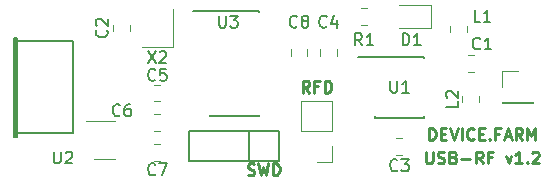
<source format=gbr>
G04 #@! TF.GenerationSoftware,KiCad,Pcbnew,5.0.2-bee76a0~70~ubuntu16.04.1*
G04 #@! TF.CreationDate,2019-09-10T18:11:14+02:00*
G04 #@! TF.ProjectId,hw-USB-RF,68772d55-5342-42d5-9246-2e6b69636164,rev?*
G04 #@! TF.SameCoordinates,Original*
G04 #@! TF.FileFunction,Legend,Top*
G04 #@! TF.FilePolarity,Positive*
%FSLAX46Y46*%
G04 Gerber Fmt 4.6, Leading zero omitted, Abs format (unit mm)*
G04 Created by KiCad (PCBNEW 5.0.2-bee76a0~70~ubuntu16.04.1) date Tue 10 Sep 2019 06:11:14 PM CEST*
%MOMM*%
%LPD*%
G01*
G04 APERTURE LIST*
%ADD10C,0.250000*%
%ADD11C,0.120000*%
%ADD12C,0.200660*%
%ADD13C,0.150000*%
G04 APERTURE END LIST*
D10*
X145738095Y-99452380D02*
X145738095Y-100261904D01*
X145785714Y-100357142D01*
X145833333Y-100404761D01*
X145928571Y-100452380D01*
X146119047Y-100452380D01*
X146214285Y-100404761D01*
X146261904Y-100357142D01*
X146309523Y-100261904D01*
X146309523Y-99452380D01*
X146738095Y-100404761D02*
X146880952Y-100452380D01*
X147119047Y-100452380D01*
X147214285Y-100404761D01*
X147261904Y-100357142D01*
X147309523Y-100261904D01*
X147309523Y-100166666D01*
X147261904Y-100071428D01*
X147214285Y-100023809D01*
X147119047Y-99976190D01*
X146928571Y-99928571D01*
X146833333Y-99880952D01*
X146785714Y-99833333D01*
X146738095Y-99738095D01*
X146738095Y-99642857D01*
X146785714Y-99547619D01*
X146833333Y-99500000D01*
X146928571Y-99452380D01*
X147166666Y-99452380D01*
X147309523Y-99500000D01*
X148071428Y-99928571D02*
X148214285Y-99976190D01*
X148261904Y-100023809D01*
X148309523Y-100119047D01*
X148309523Y-100261904D01*
X148261904Y-100357142D01*
X148214285Y-100404761D01*
X148119047Y-100452380D01*
X147738095Y-100452380D01*
X147738095Y-99452380D01*
X148071428Y-99452380D01*
X148166666Y-99500000D01*
X148214285Y-99547619D01*
X148261904Y-99642857D01*
X148261904Y-99738095D01*
X148214285Y-99833333D01*
X148166666Y-99880952D01*
X148071428Y-99928571D01*
X147738095Y-99928571D01*
X148738095Y-100071428D02*
X149500000Y-100071428D01*
X150547619Y-100452380D02*
X150214285Y-99976190D01*
X149976190Y-100452380D02*
X149976190Y-99452380D01*
X150357142Y-99452380D01*
X150452380Y-99500000D01*
X150500000Y-99547619D01*
X150547619Y-99642857D01*
X150547619Y-99785714D01*
X150500000Y-99880952D01*
X150452380Y-99928571D01*
X150357142Y-99976190D01*
X149976190Y-99976190D01*
X151309523Y-99928571D02*
X150976190Y-99928571D01*
X150976190Y-100452380D02*
X150976190Y-99452380D01*
X151452380Y-99452380D01*
X152500000Y-99785714D02*
X152738095Y-100452380D01*
X152976190Y-99785714D01*
X153880952Y-100452380D02*
X153309523Y-100452380D01*
X153595238Y-100452380D02*
X153595238Y-99452380D01*
X153500000Y-99595238D01*
X153404761Y-99690476D01*
X153309523Y-99738095D01*
X154309523Y-100357142D02*
X154357142Y-100404761D01*
X154309523Y-100452380D01*
X154261904Y-100404761D01*
X154309523Y-100357142D01*
X154309523Y-100452380D01*
X154738095Y-99547619D02*
X154785714Y-99500000D01*
X154880952Y-99452380D01*
X155119047Y-99452380D01*
X155214285Y-99500000D01*
X155261904Y-99547619D01*
X155309523Y-99642857D01*
X155309523Y-99738095D01*
X155261904Y-99880952D01*
X154690476Y-100452380D01*
X155309523Y-100452380D01*
X146000000Y-98452380D02*
X146000000Y-97452380D01*
X146238095Y-97452380D01*
X146380952Y-97500000D01*
X146476190Y-97595238D01*
X146523809Y-97690476D01*
X146571428Y-97880952D01*
X146571428Y-98023809D01*
X146523809Y-98214285D01*
X146476190Y-98309523D01*
X146380952Y-98404761D01*
X146238095Y-98452380D01*
X146000000Y-98452380D01*
X147000000Y-97928571D02*
X147333333Y-97928571D01*
X147476190Y-98452380D02*
X147000000Y-98452380D01*
X147000000Y-97452380D01*
X147476190Y-97452380D01*
X147761904Y-97452380D02*
X148095238Y-98452380D01*
X148428571Y-97452380D01*
X148761904Y-98452380D02*
X148761904Y-97452380D01*
X149809523Y-98357142D02*
X149761904Y-98404761D01*
X149619047Y-98452380D01*
X149523809Y-98452380D01*
X149380952Y-98404761D01*
X149285714Y-98309523D01*
X149238095Y-98214285D01*
X149190476Y-98023809D01*
X149190476Y-97880952D01*
X149238095Y-97690476D01*
X149285714Y-97595238D01*
X149380952Y-97500000D01*
X149523809Y-97452380D01*
X149619047Y-97452380D01*
X149761904Y-97500000D01*
X149809523Y-97547619D01*
X150238095Y-97928571D02*
X150571428Y-97928571D01*
X150714285Y-98452380D02*
X150238095Y-98452380D01*
X150238095Y-97452380D01*
X150714285Y-97452380D01*
X151142857Y-98357142D02*
X151190476Y-98404761D01*
X151142857Y-98452380D01*
X151095238Y-98404761D01*
X151142857Y-98357142D01*
X151142857Y-98452380D01*
X151952380Y-97928571D02*
X151619047Y-97928571D01*
X151619047Y-98452380D02*
X151619047Y-97452380D01*
X152095238Y-97452380D01*
X152428571Y-98166666D02*
X152904761Y-98166666D01*
X152333333Y-98452380D02*
X152666666Y-97452380D01*
X153000000Y-98452380D01*
X153904761Y-98452380D02*
X153571428Y-97976190D01*
X153333333Y-98452380D02*
X153333333Y-97452380D01*
X153714285Y-97452380D01*
X153809523Y-97500000D01*
X153857142Y-97547619D01*
X153904761Y-97642857D01*
X153904761Y-97785714D01*
X153857142Y-97880952D01*
X153809523Y-97928571D01*
X153714285Y-97976190D01*
X153333333Y-97976190D01*
X154333333Y-98452380D02*
X154333333Y-97452380D01*
X154666666Y-98166666D01*
X155000000Y-97452380D01*
X155000000Y-98452380D01*
X135880952Y-94452380D02*
X135547619Y-93976190D01*
X135309523Y-94452380D02*
X135309523Y-93452380D01*
X135690476Y-93452380D01*
X135785714Y-93500000D01*
X135833333Y-93547619D01*
X135880952Y-93642857D01*
X135880952Y-93785714D01*
X135833333Y-93880952D01*
X135785714Y-93928571D01*
X135690476Y-93976190D01*
X135309523Y-93976190D01*
X136642857Y-93928571D02*
X136309523Y-93928571D01*
X136309523Y-94452380D02*
X136309523Y-93452380D01*
X136785714Y-93452380D01*
X137166666Y-94452380D02*
X137166666Y-93452380D01*
X137404761Y-93452380D01*
X137547619Y-93500000D01*
X137642857Y-93595238D01*
X137690476Y-93690476D01*
X137738095Y-93880952D01*
X137738095Y-94023809D01*
X137690476Y-94214285D01*
X137642857Y-94309523D01*
X137547619Y-94404761D01*
X137404761Y-94452380D01*
X137166666Y-94452380D01*
X130642857Y-101404761D02*
X130785714Y-101452380D01*
X131023809Y-101452380D01*
X131119047Y-101404761D01*
X131166666Y-101357142D01*
X131214285Y-101261904D01*
X131214285Y-101166666D01*
X131166666Y-101071428D01*
X131119047Y-101023809D01*
X131023809Y-100976190D01*
X130833333Y-100928571D01*
X130738095Y-100880952D01*
X130690476Y-100833333D01*
X130642857Y-100738095D01*
X130642857Y-100642857D01*
X130690476Y-100547619D01*
X130738095Y-100500000D01*
X130833333Y-100452380D01*
X131071428Y-100452380D01*
X131214285Y-100500000D01*
X131547619Y-100452380D02*
X131785714Y-101452380D01*
X131976190Y-100738095D01*
X132166666Y-101452380D01*
X132404761Y-100452380D01*
X132785714Y-101452380D02*
X132785714Y-100452380D01*
X133023809Y-100452380D01*
X133166666Y-100500000D01*
X133261904Y-100595238D01*
X133309523Y-100690476D01*
X133357142Y-100880952D01*
X133357142Y-101023809D01*
X133309523Y-101214285D01*
X133261904Y-101309523D01*
X133166666Y-101404761D01*
X133023809Y-101452380D01*
X132785714Y-101452380D01*
D11*
G04 #@! TO.C,AE1*
X152170000Y-95330000D02*
X154830000Y-95330000D01*
X152170000Y-95270000D02*
X152170000Y-95330000D01*
X154830000Y-95270000D02*
X154830000Y-95330000D01*
X152170000Y-95270000D02*
X154830000Y-95270000D01*
X152170000Y-94000000D02*
X152170000Y-92670000D01*
X152170000Y-92670000D02*
X153500000Y-92670000D01*
G04 #@! TO.C,C1*
X149303922Y-92710000D02*
X149821078Y-92710000D01*
X149303922Y-91290000D02*
X149821078Y-91290000D01*
G04 #@! TO.C,C2*
X120710000Y-89258578D02*
X120710000Y-88741422D01*
X119290000Y-89258578D02*
X119290000Y-88741422D01*
G04 #@! TO.C,C3*
X143758578Y-98290000D02*
X143241422Y-98290000D01*
X143758578Y-99710000D02*
X143241422Y-99710000D01*
G04 #@! TO.C,C4*
X136790000Y-90803922D02*
X136790000Y-91321078D01*
X138210000Y-90803922D02*
X138210000Y-91321078D01*
G04 #@! TO.C,C5*
X123258578Y-95210000D02*
X122741422Y-95210000D01*
X123258578Y-93790000D02*
X122741422Y-93790000D01*
G04 #@! TO.C,C6*
X122741422Y-98790000D02*
X123258578Y-98790000D01*
X122741422Y-100210000D02*
X123258578Y-100210000D01*
G04 #@! TO.C,C7*
X123258578Y-97710000D02*
X122741422Y-97710000D01*
X123258578Y-96290000D02*
X122741422Y-96290000D01*
G04 #@! TO.C,C8*
X135710000Y-90803922D02*
X135710000Y-91321078D01*
X134290000Y-90803922D02*
X134290000Y-91321078D01*
G04 #@! TO.C,D1*
X143500000Y-88960000D02*
X146185000Y-88960000D01*
X146185000Y-88960000D02*
X146185000Y-87040000D01*
X146185000Y-87040000D02*
X143500000Y-87040000D01*
D12*
G04 #@! TO.C,J1*
X111001020Y-89798840D02*
X111001020Y-98201160D01*
X110899420Y-89798840D02*
X110899420Y-98201160D01*
X110899420Y-98201160D02*
X111100080Y-98201160D01*
X111100080Y-98201160D02*
X111100080Y-89798840D01*
X111100080Y-89798840D02*
X110899420Y-89798840D01*
X110899420Y-90101100D02*
X115900680Y-90101100D01*
X115900680Y-90101100D02*
X115900680Y-97898900D01*
X115900680Y-97898900D02*
X110899420Y-97898900D01*
D11*
G04 #@! TO.C,L1*
X147790000Y-88803922D02*
X147790000Y-89321078D01*
X149210000Y-88803922D02*
X149210000Y-89321078D01*
G04 #@! TO.C,L2*
X150210000Y-94741422D02*
X150210000Y-95258578D01*
X148790000Y-94741422D02*
X148790000Y-95258578D01*
G04 #@! TO.C,R1*
X140241422Y-87290000D02*
X140758578Y-87290000D01*
X140241422Y-88710000D02*
X140758578Y-88710000D01*
G04 #@! TO.C,TP1*
X137830000Y-95130000D02*
X135170000Y-95130000D01*
X137830000Y-97730000D02*
X137830000Y-95130000D01*
X135170000Y-97730000D02*
X135170000Y-95130000D01*
X137830000Y-97730000D02*
X135170000Y-97730000D01*
X137830000Y-99000000D02*
X137830000Y-100330000D01*
X137830000Y-100330000D02*
X136500000Y-100330000D01*
D13*
G04 #@! TO.C,U1*
X141425000Y-91425000D02*
X141425000Y-91475000D01*
X145575000Y-91425000D02*
X145575000Y-91570000D01*
X145575000Y-96575000D02*
X145575000Y-96430000D01*
X141425000Y-96575000D02*
X141425000Y-96430000D01*
X141425000Y-91425000D02*
X145575000Y-91425000D01*
X141425000Y-96575000D02*
X145575000Y-96575000D01*
X141425000Y-91475000D02*
X140025000Y-91475000D01*
D11*
G04 #@! TO.C,U2*
X117600000Y-100110000D02*
X119400000Y-100110000D01*
X119400000Y-96890000D02*
X116950000Y-96890000D01*
D13*
G04 #@! TO.C,U3*
X127425000Y-87550000D02*
X127425000Y-87575000D01*
X131575000Y-87550000D02*
X131575000Y-87665000D01*
X131575000Y-96450000D02*
X131575000Y-96335000D01*
X127425000Y-96450000D02*
X127425000Y-96335000D01*
X127425000Y-87550000D02*
X131575000Y-87550000D01*
X127425000Y-96450000D02*
X131575000Y-96450000D01*
X127425000Y-87575000D02*
X126050000Y-87575000D01*
G04 #@! TO.C,X1*
X130770000Y-100270000D02*
X130770000Y-97730000D01*
X133310000Y-100270000D02*
X125690000Y-100270000D01*
X125690000Y-100270000D02*
X125690000Y-97730000D01*
X125690000Y-97730000D02*
X133310000Y-97730000D01*
X133310000Y-97730000D02*
X133310000Y-100270000D01*
D11*
G04 #@! TO.C,X2*
X121700000Y-90600000D02*
X124300000Y-90600000D01*
X124300000Y-90600000D02*
X124300000Y-87400000D01*
G04 #@! TO.C,C1*
D13*
X150333333Y-90707142D02*
X150285714Y-90754761D01*
X150142857Y-90802380D01*
X150047619Y-90802380D01*
X149904761Y-90754761D01*
X149809523Y-90659523D01*
X149761904Y-90564285D01*
X149714285Y-90373809D01*
X149714285Y-90230952D01*
X149761904Y-90040476D01*
X149809523Y-89945238D01*
X149904761Y-89850000D01*
X150047619Y-89802380D01*
X150142857Y-89802380D01*
X150285714Y-89850000D01*
X150333333Y-89897619D01*
X151285714Y-90802380D02*
X150714285Y-90802380D01*
X151000000Y-90802380D02*
X151000000Y-89802380D01*
X150904761Y-89945238D01*
X150809523Y-90040476D01*
X150714285Y-90088095D01*
G04 #@! TO.C,C2*
X118707142Y-89166666D02*
X118754761Y-89214285D01*
X118802380Y-89357142D01*
X118802380Y-89452380D01*
X118754761Y-89595238D01*
X118659523Y-89690476D01*
X118564285Y-89738095D01*
X118373809Y-89785714D01*
X118230952Y-89785714D01*
X118040476Y-89738095D01*
X117945238Y-89690476D01*
X117850000Y-89595238D01*
X117802380Y-89452380D01*
X117802380Y-89357142D01*
X117850000Y-89214285D01*
X117897619Y-89166666D01*
X117897619Y-88785714D02*
X117850000Y-88738095D01*
X117802380Y-88642857D01*
X117802380Y-88404761D01*
X117850000Y-88309523D01*
X117897619Y-88261904D01*
X117992857Y-88214285D01*
X118088095Y-88214285D01*
X118230952Y-88261904D01*
X118802380Y-88833333D01*
X118802380Y-88214285D01*
G04 #@! TO.C,C3*
X143333333Y-101007142D02*
X143285714Y-101054761D01*
X143142857Y-101102380D01*
X143047619Y-101102380D01*
X142904761Y-101054761D01*
X142809523Y-100959523D01*
X142761904Y-100864285D01*
X142714285Y-100673809D01*
X142714285Y-100530952D01*
X142761904Y-100340476D01*
X142809523Y-100245238D01*
X142904761Y-100150000D01*
X143047619Y-100102380D01*
X143142857Y-100102380D01*
X143285714Y-100150000D01*
X143333333Y-100197619D01*
X143666666Y-100102380D02*
X144285714Y-100102380D01*
X143952380Y-100483333D01*
X144095238Y-100483333D01*
X144190476Y-100530952D01*
X144238095Y-100578571D01*
X144285714Y-100673809D01*
X144285714Y-100911904D01*
X144238095Y-101007142D01*
X144190476Y-101054761D01*
X144095238Y-101102380D01*
X143809523Y-101102380D01*
X143714285Y-101054761D01*
X143666666Y-101007142D01*
G04 #@! TO.C,C4*
X137333333Y-88857142D02*
X137285714Y-88904761D01*
X137142857Y-88952380D01*
X137047619Y-88952380D01*
X136904761Y-88904761D01*
X136809523Y-88809523D01*
X136761904Y-88714285D01*
X136714285Y-88523809D01*
X136714285Y-88380952D01*
X136761904Y-88190476D01*
X136809523Y-88095238D01*
X136904761Y-88000000D01*
X137047619Y-87952380D01*
X137142857Y-87952380D01*
X137285714Y-88000000D01*
X137333333Y-88047619D01*
X138190476Y-88285714D02*
X138190476Y-88952380D01*
X137952380Y-87904761D02*
X137714285Y-88619047D01*
X138333333Y-88619047D01*
G04 #@! TO.C,C5*
X122833333Y-93357142D02*
X122785714Y-93404761D01*
X122642857Y-93452380D01*
X122547619Y-93452380D01*
X122404761Y-93404761D01*
X122309523Y-93309523D01*
X122261904Y-93214285D01*
X122214285Y-93023809D01*
X122214285Y-92880952D01*
X122261904Y-92690476D01*
X122309523Y-92595238D01*
X122404761Y-92500000D01*
X122547619Y-92452380D01*
X122642857Y-92452380D01*
X122785714Y-92500000D01*
X122833333Y-92547619D01*
X123738095Y-92452380D02*
X123261904Y-92452380D01*
X123214285Y-92928571D01*
X123261904Y-92880952D01*
X123357142Y-92833333D01*
X123595238Y-92833333D01*
X123690476Y-92880952D01*
X123738095Y-92928571D01*
X123785714Y-93023809D01*
X123785714Y-93261904D01*
X123738095Y-93357142D01*
X123690476Y-93404761D01*
X123595238Y-93452380D01*
X123357142Y-93452380D01*
X123261904Y-93404761D01*
X123214285Y-93357142D01*
G04 #@! TO.C,C6*
X119833333Y-96357142D02*
X119785714Y-96404761D01*
X119642857Y-96452380D01*
X119547619Y-96452380D01*
X119404761Y-96404761D01*
X119309523Y-96309523D01*
X119261904Y-96214285D01*
X119214285Y-96023809D01*
X119214285Y-95880952D01*
X119261904Y-95690476D01*
X119309523Y-95595238D01*
X119404761Y-95500000D01*
X119547619Y-95452380D01*
X119642857Y-95452380D01*
X119785714Y-95500000D01*
X119833333Y-95547619D01*
X120690476Y-95452380D02*
X120500000Y-95452380D01*
X120404761Y-95500000D01*
X120357142Y-95547619D01*
X120261904Y-95690476D01*
X120214285Y-95880952D01*
X120214285Y-96261904D01*
X120261904Y-96357142D01*
X120309523Y-96404761D01*
X120404761Y-96452380D01*
X120595238Y-96452380D01*
X120690476Y-96404761D01*
X120738095Y-96357142D01*
X120785714Y-96261904D01*
X120785714Y-96023809D01*
X120738095Y-95928571D01*
X120690476Y-95880952D01*
X120595238Y-95833333D01*
X120404761Y-95833333D01*
X120309523Y-95880952D01*
X120261904Y-95928571D01*
X120214285Y-96023809D01*
G04 #@! TO.C,C7*
X122833333Y-101357142D02*
X122785714Y-101404761D01*
X122642857Y-101452380D01*
X122547619Y-101452380D01*
X122404761Y-101404761D01*
X122309523Y-101309523D01*
X122261904Y-101214285D01*
X122214285Y-101023809D01*
X122214285Y-100880952D01*
X122261904Y-100690476D01*
X122309523Y-100595238D01*
X122404761Y-100500000D01*
X122547619Y-100452380D01*
X122642857Y-100452380D01*
X122785714Y-100500000D01*
X122833333Y-100547619D01*
X123166666Y-100452380D02*
X123833333Y-100452380D01*
X123404761Y-101452380D01*
G04 #@! TO.C,C8*
X134833333Y-88857142D02*
X134785714Y-88904761D01*
X134642857Y-88952380D01*
X134547619Y-88952380D01*
X134404761Y-88904761D01*
X134309523Y-88809523D01*
X134261904Y-88714285D01*
X134214285Y-88523809D01*
X134214285Y-88380952D01*
X134261904Y-88190476D01*
X134309523Y-88095238D01*
X134404761Y-88000000D01*
X134547619Y-87952380D01*
X134642857Y-87952380D01*
X134785714Y-88000000D01*
X134833333Y-88047619D01*
X135404761Y-88380952D02*
X135309523Y-88333333D01*
X135261904Y-88285714D01*
X135214285Y-88190476D01*
X135214285Y-88142857D01*
X135261904Y-88047619D01*
X135309523Y-88000000D01*
X135404761Y-87952380D01*
X135595238Y-87952380D01*
X135690476Y-88000000D01*
X135738095Y-88047619D01*
X135785714Y-88142857D01*
X135785714Y-88190476D01*
X135738095Y-88285714D01*
X135690476Y-88333333D01*
X135595238Y-88380952D01*
X135404761Y-88380952D01*
X135309523Y-88428571D01*
X135261904Y-88476190D01*
X135214285Y-88571428D01*
X135214285Y-88761904D01*
X135261904Y-88857142D01*
X135309523Y-88904761D01*
X135404761Y-88952380D01*
X135595238Y-88952380D01*
X135690476Y-88904761D01*
X135738095Y-88857142D01*
X135785714Y-88761904D01*
X135785714Y-88571428D01*
X135738095Y-88476190D01*
X135690476Y-88428571D01*
X135595238Y-88380952D01*
G04 #@! TO.C,D1*
X143761904Y-90452380D02*
X143761904Y-89452380D01*
X144000000Y-89452380D01*
X144142857Y-89500000D01*
X144238095Y-89595238D01*
X144285714Y-89690476D01*
X144333333Y-89880952D01*
X144333333Y-90023809D01*
X144285714Y-90214285D01*
X144238095Y-90309523D01*
X144142857Y-90404761D01*
X144000000Y-90452380D01*
X143761904Y-90452380D01*
X145285714Y-90452380D02*
X144714285Y-90452380D01*
X145000000Y-90452380D02*
X145000000Y-89452380D01*
X144904761Y-89595238D01*
X144809523Y-89690476D01*
X144714285Y-89738095D01*
G04 #@! TO.C,L1*
X150333333Y-88452380D02*
X149857142Y-88452380D01*
X149857142Y-87452380D01*
X151190476Y-88452380D02*
X150619047Y-88452380D01*
X150904761Y-88452380D02*
X150904761Y-87452380D01*
X150809523Y-87595238D01*
X150714285Y-87690476D01*
X150619047Y-87738095D01*
G04 #@! TO.C,L2*
X148452380Y-95166666D02*
X148452380Y-95642857D01*
X147452380Y-95642857D01*
X147547619Y-94880952D02*
X147500000Y-94833333D01*
X147452380Y-94738095D01*
X147452380Y-94500000D01*
X147500000Y-94404761D01*
X147547619Y-94357142D01*
X147642857Y-94309523D01*
X147738095Y-94309523D01*
X147880952Y-94357142D01*
X148452380Y-94928571D01*
X148452380Y-94309523D01*
G04 #@! TO.C,R1*
X140333333Y-90452380D02*
X140000000Y-89976190D01*
X139761904Y-90452380D02*
X139761904Y-89452380D01*
X140142857Y-89452380D01*
X140238095Y-89500000D01*
X140285714Y-89547619D01*
X140333333Y-89642857D01*
X140333333Y-89785714D01*
X140285714Y-89880952D01*
X140238095Y-89928571D01*
X140142857Y-89976190D01*
X139761904Y-89976190D01*
X141285714Y-90452380D02*
X140714285Y-90452380D01*
X141000000Y-90452380D02*
X141000000Y-89452380D01*
X140904761Y-89595238D01*
X140809523Y-89690476D01*
X140714285Y-89738095D01*
G04 #@! TO.C,U1*
X142738095Y-93452380D02*
X142738095Y-94261904D01*
X142785714Y-94357142D01*
X142833333Y-94404761D01*
X142928571Y-94452380D01*
X143119047Y-94452380D01*
X143214285Y-94404761D01*
X143261904Y-94357142D01*
X143309523Y-94261904D01*
X143309523Y-93452380D01*
X144309523Y-94452380D02*
X143738095Y-94452380D01*
X144023809Y-94452380D02*
X144023809Y-93452380D01*
X143928571Y-93595238D01*
X143833333Y-93690476D01*
X143738095Y-93738095D01*
G04 #@! TO.C,U2*
X114238095Y-99452380D02*
X114238095Y-100261904D01*
X114285714Y-100357142D01*
X114333333Y-100404761D01*
X114428571Y-100452380D01*
X114619047Y-100452380D01*
X114714285Y-100404761D01*
X114761904Y-100357142D01*
X114809523Y-100261904D01*
X114809523Y-99452380D01*
X115238095Y-99547619D02*
X115285714Y-99500000D01*
X115380952Y-99452380D01*
X115619047Y-99452380D01*
X115714285Y-99500000D01*
X115761904Y-99547619D01*
X115809523Y-99642857D01*
X115809523Y-99738095D01*
X115761904Y-99880952D01*
X115190476Y-100452380D01*
X115809523Y-100452380D01*
G04 #@! TO.C,U3*
X128238095Y-87952380D02*
X128238095Y-88761904D01*
X128285714Y-88857142D01*
X128333333Y-88904761D01*
X128428571Y-88952380D01*
X128619047Y-88952380D01*
X128714285Y-88904761D01*
X128761904Y-88857142D01*
X128809523Y-88761904D01*
X128809523Y-87952380D01*
X129190476Y-87952380D02*
X129809523Y-87952380D01*
X129476190Y-88333333D01*
X129619047Y-88333333D01*
X129714285Y-88380952D01*
X129761904Y-88428571D01*
X129809523Y-88523809D01*
X129809523Y-88761904D01*
X129761904Y-88857142D01*
X129714285Y-88904761D01*
X129619047Y-88952380D01*
X129333333Y-88952380D01*
X129238095Y-88904761D01*
X129190476Y-88857142D01*
G04 #@! TO.C,X2*
X122190476Y-90952380D02*
X122857142Y-91952380D01*
X122857142Y-90952380D02*
X122190476Y-91952380D01*
X123190476Y-91047619D02*
X123238095Y-91000000D01*
X123333333Y-90952380D01*
X123571428Y-90952380D01*
X123666666Y-91000000D01*
X123714285Y-91047619D01*
X123761904Y-91142857D01*
X123761904Y-91238095D01*
X123714285Y-91380952D01*
X123142857Y-91952380D01*
X123761904Y-91952380D01*
G04 #@! TD*
M02*

</source>
